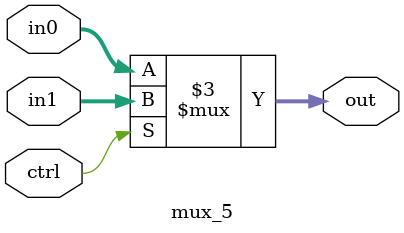
<source format=v>
module mux_5 (

	input[5:0] in0 ,in1,
	input ctrl,
	
	output reg [5:0] out
);

always @(*) begin
	if(ctrl) begin
		out <= in1;
	end else begin 
		out <= in0;
	end
end

endmodule
</source>
